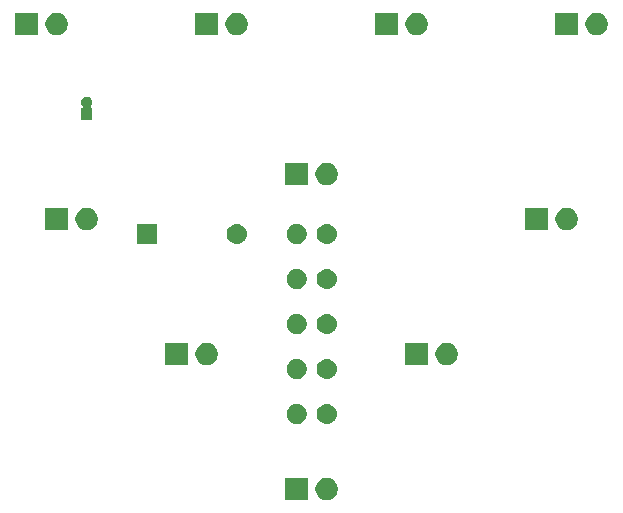
<source format=gbr>
G04 #@! TF.GenerationSoftware,KiCad,Pcbnew,(5.0.2)-1*
G04 #@! TF.CreationDate,2019-06-05T09:41:08+02:00*
G04 #@! TF.ProjectId,circuit,63697263-7569-4742-9e6b-696361645f70,rev?*
G04 #@! TF.SameCoordinates,Original*
G04 #@! TF.FileFunction,Soldermask,Top*
G04 #@! TF.FilePolarity,Negative*
%FSLAX46Y46*%
G04 Gerber Fmt 4.6, Leading zero omitted, Abs format (unit mm)*
G04 Created by KiCad (PCBNEW (5.0.2)-1) date 05/06/2019 09:41:08*
%MOMM*%
%LPD*%
G01*
G04 APERTURE LIST*
%ADD10C,0.100000*%
G04 APERTURE END LIST*
D10*
G36*
X161567396Y-100685546D02*
X161740466Y-100757234D01*
X161896230Y-100861312D01*
X162028688Y-100993770D01*
X162132766Y-101149534D01*
X162204454Y-101322604D01*
X162241000Y-101506333D01*
X162241000Y-101693667D01*
X162204454Y-101877396D01*
X162132766Y-102050466D01*
X162028688Y-102206230D01*
X161896230Y-102338688D01*
X161740466Y-102442766D01*
X161567396Y-102514454D01*
X161383667Y-102551000D01*
X161196333Y-102551000D01*
X161012604Y-102514454D01*
X160839534Y-102442766D01*
X160683770Y-102338688D01*
X160551312Y-102206230D01*
X160447234Y-102050466D01*
X160375546Y-101877396D01*
X160339000Y-101693667D01*
X160339000Y-101506333D01*
X160375546Y-101322604D01*
X160447234Y-101149534D01*
X160551312Y-100993770D01*
X160683770Y-100861312D01*
X160839534Y-100757234D01*
X161012604Y-100685546D01*
X161196333Y-100649000D01*
X161383667Y-100649000D01*
X161567396Y-100685546D01*
X161567396Y-100685546D01*
G37*
G36*
X159701000Y-102551000D02*
X157799000Y-102551000D01*
X157799000Y-100649000D01*
X159701000Y-100649000D01*
X159701000Y-102551000D01*
X159701000Y-102551000D01*
G37*
G36*
X161456821Y-94411313D02*
X161456824Y-94411314D01*
X161456825Y-94411314D01*
X161617239Y-94459975D01*
X161617241Y-94459976D01*
X161617244Y-94459977D01*
X161765078Y-94538995D01*
X161894659Y-94645341D01*
X162001005Y-94774922D01*
X162080023Y-94922756D01*
X162080024Y-94922759D01*
X162080025Y-94922761D01*
X162128686Y-95083175D01*
X162128687Y-95083179D01*
X162145117Y-95250000D01*
X162128687Y-95416821D01*
X162128686Y-95416824D01*
X162128686Y-95416825D01*
X162103993Y-95498228D01*
X162080023Y-95577244D01*
X162001005Y-95725078D01*
X161894659Y-95854659D01*
X161765078Y-95961005D01*
X161617244Y-96040023D01*
X161617241Y-96040024D01*
X161617239Y-96040025D01*
X161456825Y-96088686D01*
X161456824Y-96088686D01*
X161456821Y-96088687D01*
X161331804Y-96101000D01*
X161248196Y-96101000D01*
X161123179Y-96088687D01*
X161123176Y-96088686D01*
X161123175Y-96088686D01*
X160962761Y-96040025D01*
X160962759Y-96040024D01*
X160962756Y-96040023D01*
X160814922Y-95961005D01*
X160685341Y-95854659D01*
X160578995Y-95725078D01*
X160499977Y-95577244D01*
X160476008Y-95498228D01*
X160451314Y-95416825D01*
X160451314Y-95416824D01*
X160451313Y-95416821D01*
X160434883Y-95250000D01*
X160451313Y-95083179D01*
X160451314Y-95083175D01*
X160499975Y-94922761D01*
X160499976Y-94922759D01*
X160499977Y-94922756D01*
X160578995Y-94774922D01*
X160685341Y-94645341D01*
X160814922Y-94538995D01*
X160962756Y-94459977D01*
X160962759Y-94459976D01*
X160962761Y-94459975D01*
X161123175Y-94411314D01*
X161123176Y-94411314D01*
X161123179Y-94411313D01*
X161248196Y-94399000D01*
X161331804Y-94399000D01*
X161456821Y-94411313D01*
X161456821Y-94411313D01*
G37*
G36*
X158998228Y-94431703D02*
X159153100Y-94495853D01*
X159292481Y-94588985D01*
X159411015Y-94707519D01*
X159504147Y-94846900D01*
X159568297Y-95001772D01*
X159601000Y-95166184D01*
X159601000Y-95333816D01*
X159568297Y-95498228D01*
X159504147Y-95653100D01*
X159411015Y-95792481D01*
X159292481Y-95911015D01*
X159153100Y-96004147D01*
X158998228Y-96068297D01*
X158833816Y-96101000D01*
X158666184Y-96101000D01*
X158501772Y-96068297D01*
X158346900Y-96004147D01*
X158207519Y-95911015D01*
X158088985Y-95792481D01*
X157995853Y-95653100D01*
X157931703Y-95498228D01*
X157899000Y-95333816D01*
X157899000Y-95166184D01*
X157931703Y-95001772D01*
X157995853Y-94846900D01*
X158088985Y-94707519D01*
X158207519Y-94588985D01*
X158346900Y-94495853D01*
X158501772Y-94431703D01*
X158666184Y-94399000D01*
X158833816Y-94399000D01*
X158998228Y-94431703D01*
X158998228Y-94431703D01*
G37*
G36*
X161456821Y-90601313D02*
X161456824Y-90601314D01*
X161456825Y-90601314D01*
X161617239Y-90649975D01*
X161617241Y-90649976D01*
X161617244Y-90649977D01*
X161765078Y-90728995D01*
X161894659Y-90835341D01*
X162001005Y-90964922D01*
X162080023Y-91112756D01*
X162080024Y-91112759D01*
X162080025Y-91112761D01*
X162128686Y-91273175D01*
X162128687Y-91273179D01*
X162145117Y-91440000D01*
X162128687Y-91606821D01*
X162128686Y-91606824D01*
X162128686Y-91606825D01*
X162103993Y-91688228D01*
X162080023Y-91767244D01*
X162001005Y-91915078D01*
X161894659Y-92044659D01*
X161765078Y-92151005D01*
X161617244Y-92230023D01*
X161617241Y-92230024D01*
X161617239Y-92230025D01*
X161456825Y-92278686D01*
X161456824Y-92278686D01*
X161456821Y-92278687D01*
X161331804Y-92291000D01*
X161248196Y-92291000D01*
X161123179Y-92278687D01*
X161123176Y-92278686D01*
X161123175Y-92278686D01*
X160962761Y-92230025D01*
X160962759Y-92230024D01*
X160962756Y-92230023D01*
X160814922Y-92151005D01*
X160685341Y-92044659D01*
X160578995Y-91915078D01*
X160499977Y-91767244D01*
X160476008Y-91688228D01*
X160451314Y-91606825D01*
X160451314Y-91606824D01*
X160451313Y-91606821D01*
X160434883Y-91440000D01*
X160451313Y-91273179D01*
X160451314Y-91273175D01*
X160499975Y-91112761D01*
X160499976Y-91112759D01*
X160499977Y-91112756D01*
X160578995Y-90964922D01*
X160685341Y-90835341D01*
X160814922Y-90728995D01*
X160962756Y-90649977D01*
X160962759Y-90649976D01*
X160962761Y-90649975D01*
X161123175Y-90601314D01*
X161123176Y-90601314D01*
X161123179Y-90601313D01*
X161248196Y-90589000D01*
X161331804Y-90589000D01*
X161456821Y-90601313D01*
X161456821Y-90601313D01*
G37*
G36*
X158998228Y-90621703D02*
X159153100Y-90685853D01*
X159292481Y-90778985D01*
X159411015Y-90897519D01*
X159504147Y-91036900D01*
X159568297Y-91191772D01*
X159601000Y-91356184D01*
X159601000Y-91523816D01*
X159568297Y-91688228D01*
X159504147Y-91843100D01*
X159411015Y-91982481D01*
X159292481Y-92101015D01*
X159153100Y-92194147D01*
X158998228Y-92258297D01*
X158833816Y-92291000D01*
X158666184Y-92291000D01*
X158501772Y-92258297D01*
X158346900Y-92194147D01*
X158207519Y-92101015D01*
X158088985Y-91982481D01*
X157995853Y-91843100D01*
X157931703Y-91688228D01*
X157899000Y-91523816D01*
X157899000Y-91356184D01*
X157931703Y-91191772D01*
X157995853Y-91036900D01*
X158088985Y-90897519D01*
X158207519Y-90778985D01*
X158346900Y-90685853D01*
X158501772Y-90621703D01*
X158666184Y-90589000D01*
X158833816Y-90589000D01*
X158998228Y-90621703D01*
X158998228Y-90621703D01*
G37*
G36*
X171727396Y-89255546D02*
X171900466Y-89327234D01*
X172056230Y-89431312D01*
X172188688Y-89563770D01*
X172292766Y-89719534D01*
X172364454Y-89892604D01*
X172401000Y-90076333D01*
X172401000Y-90263667D01*
X172364454Y-90447396D01*
X172292766Y-90620466D01*
X172188688Y-90776230D01*
X172056230Y-90908688D01*
X171900466Y-91012766D01*
X171727396Y-91084454D01*
X171543667Y-91121000D01*
X171356333Y-91121000D01*
X171172604Y-91084454D01*
X170999534Y-91012766D01*
X170843770Y-90908688D01*
X170711312Y-90776230D01*
X170607234Y-90620466D01*
X170535546Y-90447396D01*
X170499000Y-90263667D01*
X170499000Y-90076333D01*
X170535546Y-89892604D01*
X170607234Y-89719534D01*
X170711312Y-89563770D01*
X170843770Y-89431312D01*
X170999534Y-89327234D01*
X171172604Y-89255546D01*
X171356333Y-89219000D01*
X171543667Y-89219000D01*
X171727396Y-89255546D01*
X171727396Y-89255546D01*
G37*
G36*
X169861000Y-91121000D02*
X167959000Y-91121000D01*
X167959000Y-89219000D01*
X169861000Y-89219000D01*
X169861000Y-91121000D01*
X169861000Y-91121000D01*
G37*
G36*
X149541000Y-91121000D02*
X147639000Y-91121000D01*
X147639000Y-89219000D01*
X149541000Y-89219000D01*
X149541000Y-91121000D01*
X149541000Y-91121000D01*
G37*
G36*
X151407396Y-89255546D02*
X151580466Y-89327234D01*
X151736230Y-89431312D01*
X151868688Y-89563770D01*
X151972766Y-89719534D01*
X152044454Y-89892604D01*
X152081000Y-90076333D01*
X152081000Y-90263667D01*
X152044454Y-90447396D01*
X151972766Y-90620466D01*
X151868688Y-90776230D01*
X151736230Y-90908688D01*
X151580466Y-91012766D01*
X151407396Y-91084454D01*
X151223667Y-91121000D01*
X151036333Y-91121000D01*
X150852604Y-91084454D01*
X150679534Y-91012766D01*
X150523770Y-90908688D01*
X150391312Y-90776230D01*
X150287234Y-90620466D01*
X150215546Y-90447396D01*
X150179000Y-90263667D01*
X150179000Y-90076333D01*
X150215546Y-89892604D01*
X150287234Y-89719534D01*
X150391312Y-89563770D01*
X150523770Y-89431312D01*
X150679534Y-89327234D01*
X150852604Y-89255546D01*
X151036333Y-89219000D01*
X151223667Y-89219000D01*
X151407396Y-89255546D01*
X151407396Y-89255546D01*
G37*
G36*
X161456821Y-86791313D02*
X161456824Y-86791314D01*
X161456825Y-86791314D01*
X161617239Y-86839975D01*
X161617241Y-86839976D01*
X161617244Y-86839977D01*
X161765078Y-86918995D01*
X161894659Y-87025341D01*
X162001005Y-87154922D01*
X162080023Y-87302756D01*
X162080024Y-87302759D01*
X162080025Y-87302761D01*
X162128686Y-87463175D01*
X162128687Y-87463179D01*
X162145117Y-87630000D01*
X162128687Y-87796821D01*
X162128686Y-87796824D01*
X162128686Y-87796825D01*
X162103993Y-87878228D01*
X162080023Y-87957244D01*
X162001005Y-88105078D01*
X161894659Y-88234659D01*
X161765078Y-88341005D01*
X161617244Y-88420023D01*
X161617241Y-88420024D01*
X161617239Y-88420025D01*
X161456825Y-88468686D01*
X161456824Y-88468686D01*
X161456821Y-88468687D01*
X161331804Y-88481000D01*
X161248196Y-88481000D01*
X161123179Y-88468687D01*
X161123176Y-88468686D01*
X161123175Y-88468686D01*
X160962761Y-88420025D01*
X160962759Y-88420024D01*
X160962756Y-88420023D01*
X160814922Y-88341005D01*
X160685341Y-88234659D01*
X160578995Y-88105078D01*
X160499977Y-87957244D01*
X160476008Y-87878228D01*
X160451314Y-87796825D01*
X160451314Y-87796824D01*
X160451313Y-87796821D01*
X160434883Y-87630000D01*
X160451313Y-87463179D01*
X160451314Y-87463175D01*
X160499975Y-87302761D01*
X160499976Y-87302759D01*
X160499977Y-87302756D01*
X160578995Y-87154922D01*
X160685341Y-87025341D01*
X160814922Y-86918995D01*
X160962756Y-86839977D01*
X160962759Y-86839976D01*
X160962761Y-86839975D01*
X161123175Y-86791314D01*
X161123176Y-86791314D01*
X161123179Y-86791313D01*
X161248196Y-86779000D01*
X161331804Y-86779000D01*
X161456821Y-86791313D01*
X161456821Y-86791313D01*
G37*
G36*
X158998228Y-86811703D02*
X159153100Y-86875853D01*
X159292481Y-86968985D01*
X159411015Y-87087519D01*
X159504147Y-87226900D01*
X159568297Y-87381772D01*
X159601000Y-87546184D01*
X159601000Y-87713816D01*
X159568297Y-87878228D01*
X159504147Y-88033100D01*
X159411015Y-88172481D01*
X159292481Y-88291015D01*
X159153100Y-88384147D01*
X158998228Y-88448297D01*
X158833816Y-88481000D01*
X158666184Y-88481000D01*
X158501772Y-88448297D01*
X158346900Y-88384147D01*
X158207519Y-88291015D01*
X158088985Y-88172481D01*
X157995853Y-88033100D01*
X157931703Y-87878228D01*
X157899000Y-87713816D01*
X157899000Y-87546184D01*
X157931703Y-87381772D01*
X157995853Y-87226900D01*
X158088985Y-87087519D01*
X158207519Y-86968985D01*
X158346900Y-86875853D01*
X158501772Y-86811703D01*
X158666184Y-86779000D01*
X158833816Y-86779000D01*
X158998228Y-86811703D01*
X158998228Y-86811703D01*
G37*
G36*
X161456821Y-82981313D02*
X161456824Y-82981314D01*
X161456825Y-82981314D01*
X161617239Y-83029975D01*
X161617241Y-83029976D01*
X161617244Y-83029977D01*
X161765078Y-83108995D01*
X161894659Y-83215341D01*
X162001005Y-83344922D01*
X162080023Y-83492756D01*
X162080024Y-83492759D01*
X162080025Y-83492761D01*
X162128686Y-83653175D01*
X162128687Y-83653179D01*
X162145117Y-83820000D01*
X162128687Y-83986821D01*
X162128686Y-83986824D01*
X162128686Y-83986825D01*
X162103993Y-84068228D01*
X162080023Y-84147244D01*
X162001005Y-84295078D01*
X161894659Y-84424659D01*
X161765078Y-84531005D01*
X161617244Y-84610023D01*
X161617241Y-84610024D01*
X161617239Y-84610025D01*
X161456825Y-84658686D01*
X161456824Y-84658686D01*
X161456821Y-84658687D01*
X161331804Y-84671000D01*
X161248196Y-84671000D01*
X161123179Y-84658687D01*
X161123176Y-84658686D01*
X161123175Y-84658686D01*
X160962761Y-84610025D01*
X160962759Y-84610024D01*
X160962756Y-84610023D01*
X160814922Y-84531005D01*
X160685341Y-84424659D01*
X160578995Y-84295078D01*
X160499977Y-84147244D01*
X160476008Y-84068228D01*
X160451314Y-83986825D01*
X160451314Y-83986824D01*
X160451313Y-83986821D01*
X160434883Y-83820000D01*
X160451313Y-83653179D01*
X160451314Y-83653175D01*
X160499975Y-83492761D01*
X160499976Y-83492759D01*
X160499977Y-83492756D01*
X160578995Y-83344922D01*
X160685341Y-83215341D01*
X160814922Y-83108995D01*
X160962756Y-83029977D01*
X160962759Y-83029976D01*
X160962761Y-83029975D01*
X161123175Y-82981314D01*
X161123176Y-82981314D01*
X161123179Y-82981313D01*
X161248196Y-82969000D01*
X161331804Y-82969000D01*
X161456821Y-82981313D01*
X161456821Y-82981313D01*
G37*
G36*
X158998228Y-83001703D02*
X159153100Y-83065853D01*
X159292481Y-83158985D01*
X159411015Y-83277519D01*
X159504147Y-83416900D01*
X159568297Y-83571772D01*
X159601000Y-83736184D01*
X159601000Y-83903816D01*
X159568297Y-84068228D01*
X159504147Y-84223100D01*
X159411015Y-84362481D01*
X159292481Y-84481015D01*
X159153100Y-84574147D01*
X158998228Y-84638297D01*
X158833816Y-84671000D01*
X158666184Y-84671000D01*
X158501772Y-84638297D01*
X158346900Y-84574147D01*
X158207519Y-84481015D01*
X158088985Y-84362481D01*
X157995853Y-84223100D01*
X157931703Y-84068228D01*
X157899000Y-83903816D01*
X157899000Y-83736184D01*
X157931703Y-83571772D01*
X157995853Y-83416900D01*
X158088985Y-83277519D01*
X158207519Y-83158985D01*
X158346900Y-83065853D01*
X158501772Y-83001703D01*
X158666184Y-82969000D01*
X158833816Y-82969000D01*
X158998228Y-83001703D01*
X158998228Y-83001703D01*
G37*
G36*
X153836821Y-79171313D02*
X153836824Y-79171314D01*
X153836825Y-79171314D01*
X153997239Y-79219975D01*
X153997241Y-79219976D01*
X153997244Y-79219977D01*
X154145078Y-79298995D01*
X154274659Y-79405341D01*
X154381005Y-79534922D01*
X154460023Y-79682756D01*
X154460024Y-79682759D01*
X154460025Y-79682761D01*
X154508686Y-79843175D01*
X154508687Y-79843179D01*
X154525117Y-80010000D01*
X154508687Y-80176821D01*
X154508686Y-80176824D01*
X154508686Y-80176825D01*
X154483993Y-80258228D01*
X154460023Y-80337244D01*
X154381005Y-80485078D01*
X154274659Y-80614659D01*
X154145078Y-80721005D01*
X153997244Y-80800023D01*
X153997241Y-80800024D01*
X153997239Y-80800025D01*
X153836825Y-80848686D01*
X153836824Y-80848686D01*
X153836821Y-80848687D01*
X153711804Y-80861000D01*
X153628196Y-80861000D01*
X153503179Y-80848687D01*
X153503176Y-80848686D01*
X153503175Y-80848686D01*
X153342761Y-80800025D01*
X153342759Y-80800024D01*
X153342756Y-80800023D01*
X153194922Y-80721005D01*
X153065341Y-80614659D01*
X152958995Y-80485078D01*
X152879977Y-80337244D01*
X152856008Y-80258228D01*
X152831314Y-80176825D01*
X152831314Y-80176824D01*
X152831313Y-80176821D01*
X152814883Y-80010000D01*
X152831313Y-79843179D01*
X152831314Y-79843175D01*
X152879975Y-79682761D01*
X152879976Y-79682759D01*
X152879977Y-79682756D01*
X152958995Y-79534922D01*
X153065341Y-79405341D01*
X153194922Y-79298995D01*
X153342756Y-79219977D01*
X153342759Y-79219976D01*
X153342761Y-79219975D01*
X153503175Y-79171314D01*
X153503176Y-79171314D01*
X153503179Y-79171313D01*
X153628196Y-79159000D01*
X153711804Y-79159000D01*
X153836821Y-79171313D01*
X153836821Y-79171313D01*
G37*
G36*
X146901000Y-80861000D02*
X145199000Y-80861000D01*
X145199000Y-79159000D01*
X146901000Y-79159000D01*
X146901000Y-80861000D01*
X146901000Y-80861000D01*
G37*
G36*
X161456821Y-79171313D02*
X161456824Y-79171314D01*
X161456825Y-79171314D01*
X161617239Y-79219975D01*
X161617241Y-79219976D01*
X161617244Y-79219977D01*
X161765078Y-79298995D01*
X161894659Y-79405341D01*
X162001005Y-79534922D01*
X162080023Y-79682756D01*
X162080024Y-79682759D01*
X162080025Y-79682761D01*
X162128686Y-79843175D01*
X162128687Y-79843179D01*
X162145117Y-80010000D01*
X162128687Y-80176821D01*
X162128686Y-80176824D01*
X162128686Y-80176825D01*
X162103993Y-80258228D01*
X162080023Y-80337244D01*
X162001005Y-80485078D01*
X161894659Y-80614659D01*
X161765078Y-80721005D01*
X161617244Y-80800023D01*
X161617241Y-80800024D01*
X161617239Y-80800025D01*
X161456825Y-80848686D01*
X161456824Y-80848686D01*
X161456821Y-80848687D01*
X161331804Y-80861000D01*
X161248196Y-80861000D01*
X161123179Y-80848687D01*
X161123176Y-80848686D01*
X161123175Y-80848686D01*
X160962761Y-80800025D01*
X160962759Y-80800024D01*
X160962756Y-80800023D01*
X160814922Y-80721005D01*
X160685341Y-80614659D01*
X160578995Y-80485078D01*
X160499977Y-80337244D01*
X160476008Y-80258228D01*
X160451314Y-80176825D01*
X160451314Y-80176824D01*
X160451313Y-80176821D01*
X160434883Y-80010000D01*
X160451313Y-79843179D01*
X160451314Y-79843175D01*
X160499975Y-79682761D01*
X160499976Y-79682759D01*
X160499977Y-79682756D01*
X160578995Y-79534922D01*
X160685341Y-79405341D01*
X160814922Y-79298995D01*
X160962756Y-79219977D01*
X160962759Y-79219976D01*
X160962761Y-79219975D01*
X161123175Y-79171314D01*
X161123176Y-79171314D01*
X161123179Y-79171313D01*
X161248196Y-79159000D01*
X161331804Y-79159000D01*
X161456821Y-79171313D01*
X161456821Y-79171313D01*
G37*
G36*
X158998228Y-79191703D02*
X159153100Y-79255853D01*
X159292481Y-79348985D01*
X159411015Y-79467519D01*
X159504147Y-79606900D01*
X159568297Y-79761772D01*
X159601000Y-79926184D01*
X159601000Y-80093816D01*
X159568297Y-80258228D01*
X159504147Y-80413100D01*
X159411015Y-80552481D01*
X159292481Y-80671015D01*
X159153100Y-80764147D01*
X158998228Y-80828297D01*
X158833816Y-80861000D01*
X158666184Y-80861000D01*
X158501772Y-80828297D01*
X158346900Y-80764147D01*
X158207519Y-80671015D01*
X158088985Y-80552481D01*
X157995853Y-80413100D01*
X157931703Y-80258228D01*
X157899000Y-80093816D01*
X157899000Y-79926184D01*
X157931703Y-79761772D01*
X157995853Y-79606900D01*
X158088985Y-79467519D01*
X158207519Y-79348985D01*
X158346900Y-79255853D01*
X158501772Y-79191703D01*
X158666184Y-79159000D01*
X158833816Y-79159000D01*
X158998228Y-79191703D01*
X158998228Y-79191703D01*
G37*
G36*
X180021000Y-79691000D02*
X178119000Y-79691000D01*
X178119000Y-77789000D01*
X180021000Y-77789000D01*
X180021000Y-79691000D01*
X180021000Y-79691000D01*
G37*
G36*
X139381000Y-79691000D02*
X137479000Y-79691000D01*
X137479000Y-77789000D01*
X139381000Y-77789000D01*
X139381000Y-79691000D01*
X139381000Y-79691000D01*
G37*
G36*
X141247396Y-77825546D02*
X141420466Y-77897234D01*
X141576230Y-78001312D01*
X141708688Y-78133770D01*
X141812766Y-78289534D01*
X141884454Y-78462604D01*
X141921000Y-78646333D01*
X141921000Y-78833667D01*
X141884454Y-79017396D01*
X141812766Y-79190466D01*
X141708688Y-79346230D01*
X141576230Y-79478688D01*
X141420466Y-79582766D01*
X141247396Y-79654454D01*
X141063667Y-79691000D01*
X140876333Y-79691000D01*
X140692604Y-79654454D01*
X140519534Y-79582766D01*
X140363770Y-79478688D01*
X140231312Y-79346230D01*
X140127234Y-79190466D01*
X140055546Y-79017396D01*
X140019000Y-78833667D01*
X140019000Y-78646333D01*
X140055546Y-78462604D01*
X140127234Y-78289534D01*
X140231312Y-78133770D01*
X140363770Y-78001312D01*
X140519534Y-77897234D01*
X140692604Y-77825546D01*
X140876333Y-77789000D01*
X141063667Y-77789000D01*
X141247396Y-77825546D01*
X141247396Y-77825546D01*
G37*
G36*
X181887396Y-77825546D02*
X182060466Y-77897234D01*
X182216230Y-78001312D01*
X182348688Y-78133770D01*
X182452766Y-78289534D01*
X182524454Y-78462604D01*
X182561000Y-78646333D01*
X182561000Y-78833667D01*
X182524454Y-79017396D01*
X182452766Y-79190466D01*
X182348688Y-79346230D01*
X182216230Y-79478688D01*
X182060466Y-79582766D01*
X181887396Y-79654454D01*
X181703667Y-79691000D01*
X181516333Y-79691000D01*
X181332604Y-79654454D01*
X181159534Y-79582766D01*
X181003770Y-79478688D01*
X180871312Y-79346230D01*
X180767234Y-79190466D01*
X180695546Y-79017396D01*
X180659000Y-78833667D01*
X180659000Y-78646333D01*
X180695546Y-78462604D01*
X180767234Y-78289534D01*
X180871312Y-78133770D01*
X181003770Y-78001312D01*
X181159534Y-77897234D01*
X181332604Y-77825546D01*
X181516333Y-77789000D01*
X181703667Y-77789000D01*
X181887396Y-77825546D01*
X181887396Y-77825546D01*
G37*
G36*
X159701000Y-75881000D02*
X157799000Y-75881000D01*
X157799000Y-73979000D01*
X159701000Y-73979000D01*
X159701000Y-75881000D01*
X159701000Y-75881000D01*
G37*
G36*
X161567396Y-74015546D02*
X161740466Y-74087234D01*
X161896230Y-74191312D01*
X162028688Y-74323770D01*
X162132766Y-74479534D01*
X162204454Y-74652604D01*
X162241000Y-74836333D01*
X162241000Y-75023667D01*
X162204454Y-75207396D01*
X162132766Y-75380466D01*
X162028688Y-75536230D01*
X161896230Y-75668688D01*
X161740466Y-75772766D01*
X161567396Y-75844454D01*
X161383667Y-75881000D01*
X161196333Y-75881000D01*
X161012604Y-75844454D01*
X160839534Y-75772766D01*
X160683770Y-75668688D01*
X160551312Y-75536230D01*
X160447234Y-75380466D01*
X160375546Y-75207396D01*
X160339000Y-75023667D01*
X160339000Y-74836333D01*
X160375546Y-74652604D01*
X160447234Y-74479534D01*
X160551312Y-74323770D01*
X160683770Y-74191312D01*
X160839534Y-74087234D01*
X161012604Y-74015546D01*
X161196333Y-73979000D01*
X161383667Y-73979000D01*
X161567396Y-74015546D01*
X161567396Y-74015546D01*
G37*
G36*
X141063312Y-68380887D02*
X141153039Y-68408106D01*
X141235731Y-68452306D01*
X141308211Y-68511789D01*
X141367694Y-68584269D01*
X141411894Y-68666961D01*
X141439113Y-68756688D01*
X141448303Y-68850000D01*
X141439113Y-68943312D01*
X141411894Y-69033039D01*
X141367694Y-69115731D01*
X141323397Y-69169706D01*
X141309788Y-69190076D01*
X141300410Y-69212715D01*
X141295630Y-69236748D01*
X141295630Y-69261253D01*
X141300411Y-69285286D01*
X141309788Y-69307925D01*
X141323402Y-69328300D01*
X141340729Y-69345627D01*
X141361104Y-69359240D01*
X141383743Y-69368618D01*
X141420028Y-69374000D01*
X141446000Y-69374000D01*
X141446000Y-70326000D01*
X140494000Y-70326000D01*
X140494000Y-69374000D01*
X140519972Y-69374000D01*
X140544358Y-69371598D01*
X140567807Y-69364485D01*
X140589418Y-69352934D01*
X140608360Y-69337388D01*
X140623906Y-69318446D01*
X140635457Y-69296835D01*
X140642570Y-69273386D01*
X140644972Y-69249000D01*
X140642570Y-69224614D01*
X140635457Y-69201165D01*
X140616601Y-69169705D01*
X140572306Y-69115731D01*
X140528106Y-69033039D01*
X140500887Y-68943312D01*
X140491697Y-68850000D01*
X140500887Y-68756688D01*
X140528106Y-68666961D01*
X140572306Y-68584269D01*
X140631789Y-68511789D01*
X140704269Y-68452306D01*
X140786961Y-68408106D01*
X140876688Y-68380887D01*
X140946616Y-68374000D01*
X140993384Y-68374000D01*
X141063312Y-68380887D01*
X141063312Y-68380887D01*
G37*
G36*
X153947396Y-61315546D02*
X154120466Y-61387234D01*
X154276230Y-61491312D01*
X154408688Y-61623770D01*
X154512766Y-61779534D01*
X154584454Y-61952604D01*
X154621000Y-62136333D01*
X154621000Y-62323667D01*
X154584454Y-62507396D01*
X154512766Y-62680466D01*
X154408688Y-62836230D01*
X154276230Y-62968688D01*
X154120466Y-63072766D01*
X153947396Y-63144454D01*
X153763667Y-63181000D01*
X153576333Y-63181000D01*
X153392604Y-63144454D01*
X153219534Y-63072766D01*
X153063770Y-62968688D01*
X152931312Y-62836230D01*
X152827234Y-62680466D01*
X152755546Y-62507396D01*
X152719000Y-62323667D01*
X152719000Y-62136333D01*
X152755546Y-61952604D01*
X152827234Y-61779534D01*
X152931312Y-61623770D01*
X153063770Y-61491312D01*
X153219534Y-61387234D01*
X153392604Y-61315546D01*
X153576333Y-61279000D01*
X153763667Y-61279000D01*
X153947396Y-61315546D01*
X153947396Y-61315546D01*
G37*
G36*
X184427396Y-61315546D02*
X184600466Y-61387234D01*
X184756230Y-61491312D01*
X184888688Y-61623770D01*
X184992766Y-61779534D01*
X185064454Y-61952604D01*
X185101000Y-62136333D01*
X185101000Y-62323667D01*
X185064454Y-62507396D01*
X184992766Y-62680466D01*
X184888688Y-62836230D01*
X184756230Y-62968688D01*
X184600466Y-63072766D01*
X184427396Y-63144454D01*
X184243667Y-63181000D01*
X184056333Y-63181000D01*
X183872604Y-63144454D01*
X183699534Y-63072766D01*
X183543770Y-62968688D01*
X183411312Y-62836230D01*
X183307234Y-62680466D01*
X183235546Y-62507396D01*
X183199000Y-62323667D01*
X183199000Y-62136333D01*
X183235546Y-61952604D01*
X183307234Y-61779534D01*
X183411312Y-61623770D01*
X183543770Y-61491312D01*
X183699534Y-61387234D01*
X183872604Y-61315546D01*
X184056333Y-61279000D01*
X184243667Y-61279000D01*
X184427396Y-61315546D01*
X184427396Y-61315546D01*
G37*
G36*
X182561000Y-63181000D02*
X180659000Y-63181000D01*
X180659000Y-61279000D01*
X182561000Y-61279000D01*
X182561000Y-63181000D01*
X182561000Y-63181000D01*
G37*
G36*
X169187396Y-61315546D02*
X169360466Y-61387234D01*
X169516230Y-61491312D01*
X169648688Y-61623770D01*
X169752766Y-61779534D01*
X169824454Y-61952604D01*
X169861000Y-62136333D01*
X169861000Y-62323667D01*
X169824454Y-62507396D01*
X169752766Y-62680466D01*
X169648688Y-62836230D01*
X169516230Y-62968688D01*
X169360466Y-63072766D01*
X169187396Y-63144454D01*
X169003667Y-63181000D01*
X168816333Y-63181000D01*
X168632604Y-63144454D01*
X168459534Y-63072766D01*
X168303770Y-62968688D01*
X168171312Y-62836230D01*
X168067234Y-62680466D01*
X167995546Y-62507396D01*
X167959000Y-62323667D01*
X167959000Y-62136333D01*
X167995546Y-61952604D01*
X168067234Y-61779534D01*
X168171312Y-61623770D01*
X168303770Y-61491312D01*
X168459534Y-61387234D01*
X168632604Y-61315546D01*
X168816333Y-61279000D01*
X169003667Y-61279000D01*
X169187396Y-61315546D01*
X169187396Y-61315546D01*
G37*
G36*
X167321000Y-63181000D02*
X165419000Y-63181000D01*
X165419000Y-61279000D01*
X167321000Y-61279000D01*
X167321000Y-63181000D01*
X167321000Y-63181000D01*
G37*
G36*
X136841000Y-63181000D02*
X134939000Y-63181000D01*
X134939000Y-61279000D01*
X136841000Y-61279000D01*
X136841000Y-63181000D01*
X136841000Y-63181000D01*
G37*
G36*
X138707396Y-61315546D02*
X138880466Y-61387234D01*
X139036230Y-61491312D01*
X139168688Y-61623770D01*
X139272766Y-61779534D01*
X139344454Y-61952604D01*
X139381000Y-62136333D01*
X139381000Y-62323667D01*
X139344454Y-62507396D01*
X139272766Y-62680466D01*
X139168688Y-62836230D01*
X139036230Y-62968688D01*
X138880466Y-63072766D01*
X138707396Y-63144454D01*
X138523667Y-63181000D01*
X138336333Y-63181000D01*
X138152604Y-63144454D01*
X137979534Y-63072766D01*
X137823770Y-62968688D01*
X137691312Y-62836230D01*
X137587234Y-62680466D01*
X137515546Y-62507396D01*
X137479000Y-62323667D01*
X137479000Y-62136333D01*
X137515546Y-61952604D01*
X137587234Y-61779534D01*
X137691312Y-61623770D01*
X137823770Y-61491312D01*
X137979534Y-61387234D01*
X138152604Y-61315546D01*
X138336333Y-61279000D01*
X138523667Y-61279000D01*
X138707396Y-61315546D01*
X138707396Y-61315546D01*
G37*
G36*
X152081000Y-63181000D02*
X150179000Y-63181000D01*
X150179000Y-61279000D01*
X152081000Y-61279000D01*
X152081000Y-63181000D01*
X152081000Y-63181000D01*
G37*
M02*

</source>
